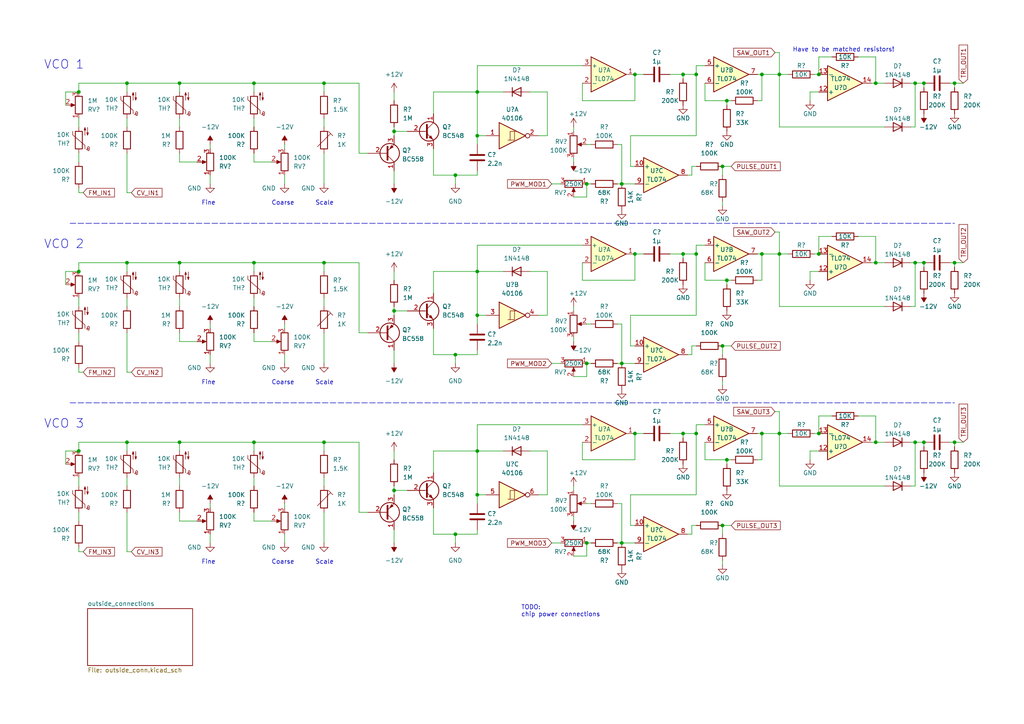
<source format=kicad_sch>
(kicad_sch (version 20211123) (generator eeschema)
  (paper "A4")
  (junction (at 254 24.13))
  (junction (at 184.15 21.59))
  (junction (at 52.07 128.27))
  (junction (at 220.98 125.73))
  (junction (at 52.07 24.13))
  (junction (at 138.43 91.44))
  (junction (at 210.82 29.21))
  (junction (at 276.86 128.27))
  (junction (at 170.18 157.48))
  (junction (at 36.83 24.13))
  (junction (at 93.98 24.13))
  (junction (at 209.55 100.33))
  (junction (at 237.49 73.66))
  (junction (at 267.97 24.13))
  (junction (at 36.83 76.2))
  (junction (at 220.98 73.66))
  (junction (at 254 128.27))
  (junction (at 226.06 125.73))
  (junction (at 254 76.2))
  (junction (at 210.82 81.28))
  (junction (at 180.34 105.41))
  (junction (at 209.55 48.26))
  (junction (at 138.43 78.74))
  (junction (at 184.15 125.73))
  (junction (at 22.86 130.81))
  (junction (at 114.3 38.1))
  (junction (at 198.12 21.59))
  (junction (at 265.43 24.13))
  (junction (at 22.86 26.67))
  (junction (at 180.34 53.34))
  (junction (at 198.12 73.66))
  (junction (at 201.93 73.66))
  (junction (at 93.98 128.27))
  (junction (at 209.55 152.4))
  (junction (at 170.18 53.34))
  (junction (at 265.43 128.27))
  (junction (at 184.15 73.66))
  (junction (at 276.86 76.2))
  (junction (at 237.49 21.59))
  (junction (at 138.43 143.51))
  (junction (at 132.08 102.87))
  (junction (at 180.34 157.48))
  (junction (at 73.66 24.13))
  (junction (at 226.06 21.59))
  (junction (at 22.86 78.74))
  (junction (at 226.06 73.66))
  (junction (at 132.08 154.94))
  (junction (at 138.43 26.67))
  (junction (at 198.12 125.73))
  (junction (at 114.3 90.17))
  (junction (at 36.83 128.27))
  (junction (at 138.43 130.81))
  (junction (at 73.66 76.2))
  (junction (at 114.3 142.24))
  (junction (at 73.66 128.27))
  (junction (at 237.49 125.73))
  (junction (at 210.82 133.35))
  (junction (at 52.07 76.2))
  (junction (at 276.86 24.13))
  (junction (at 267.97 76.2))
  (junction (at 201.93 21.59))
  (junction (at 201.93 125.73))
  (junction (at 170.18 105.41))
  (junction (at 93.98 76.2))
  (junction (at 220.98 21.59))
  (junction (at 138.43 39.37))
  (junction (at 265.43 76.2))
  (junction (at 267.97 128.27))
  (junction (at 132.08 50.8))
  (wire (pts (xy 114.3 78.74) (xy 114.3 81.28)))
  (wire (pts (xy 184.15 73.66) (xy 186.69 73.66)))
  (wire (pts (xy 138.43 49.53) (xy 138.43 50.8)))
  (wire (pts (xy 224.79 67.31) (xy 226.06 67.31)))
  (wire (pts (xy 180.34 157.48) (xy 184.15 157.48)))
  (wire (pts (xy 201.93 143.51) (xy 182.88 143.51)))
  (wire (pts (xy 60.96 105.41) (xy 60.96 102.87)))
  (wire (pts (xy 38.1 55.88) (xy 36.83 55.88)))
  (wire (pts (xy 182.88 48.26) (xy 184.15 48.26)))
  (wire (pts (xy 226.06 119.38) (xy 226.06 125.73)))
  (wire (pts (xy 93.98 86.36) (xy 93.98 88.9)))
  (wire (pts (xy 166.37 161.29) (xy 170.18 161.29)))
  (wire (pts (xy 125.73 78.74) (xy 138.43 78.74)))
  (wire (pts (xy 201.93 125.73) (xy 201.93 143.51)))
  (wire (pts (xy 276.86 76.2) (xy 276.86 77.47)))
  (wire (pts (xy 52.07 76.2) (xy 36.83 76.2)))
  (wire (pts (xy 166.37 45.72) (xy 166.37 46.99)))
  (wire (pts (xy 82.55 95.25) (xy 82.55 93.98)))
  (wire (pts (xy 114.3 153.67) (xy 114.3 157.48)))
  (wire (pts (xy 73.66 140.97) (xy 73.66 138.43)))
  (wire (pts (xy 254 68.58) (xy 248.92 68.58)))
  (wire (pts (xy 138.43 26.67) (xy 138.43 39.37)))
  (wire (pts (xy 52.07 151.13) (xy 52.07 148.59)))
  (wire (pts (xy 198.12 73.66) (xy 201.93 73.66)))
  (wire (pts (xy 168.91 24.13) (xy 168.91 29.21)))
  (wire (pts (xy 132.08 50.8) (xy 132.08 53.34)))
  (wire (pts (xy 73.66 26.67) (xy 73.66 24.13)))
  (wire (pts (xy 241.3 68.58) (xy 237.49 68.58)))
  (wire (pts (xy 170.18 161.29) (xy 170.18 157.48)))
  (wire (pts (xy 156.21 91.44) (xy 158.75 91.44)))
  (wire (pts (xy 180.34 93.98) (xy 179.07 93.98)))
  (wire (pts (xy 93.98 76.2) (xy 73.66 76.2)))
  (wire (pts (xy 138.43 26.67) (xy 146.05 26.67)))
  (wire (pts (xy 73.66 46.99) (xy 78.74 46.99)))
  (wire (pts (xy 166.37 149.86) (xy 166.37 151.13)))
  (wire (pts (xy 22.86 54.61) (xy 22.86 55.88)))
  (wire (pts (xy 36.83 128.27) (xy 36.83 130.81)))
  (wire (pts (xy 212.09 133.35) (xy 210.82 133.35)))
  (wire (pts (xy 38.1 160.02) (xy 36.83 160.02)))
  (wire (pts (xy 52.07 24.13) (xy 52.07 26.67)))
  (wire (pts (xy 132.08 50.8) (xy 138.43 50.8)))
  (wire (pts (xy 57.15 46.99) (xy 52.07 46.99)))
  (wire (pts (xy 210.82 81.28) (xy 210.82 82.55)))
  (wire (pts (xy 104.14 148.59) (xy 104.14 128.27)))
  (wire (pts (xy 265.43 88.9) (xy 264.16 88.9)))
  (wire (pts (xy 93.98 130.81) (xy 93.98 128.27)))
  (wire (pts (xy 93.98 24.13) (xy 104.14 24.13)))
  (wire (pts (xy 125.73 137.16) (xy 125.73 130.81)))
  (wire (pts (xy 234.95 133.35) (xy 234.95 130.81)))
  (wire (pts (xy 166.37 88.9) (xy 166.37 90.17)))
  (wire (pts (xy 125.73 102.87) (xy 125.73 95.25)))
  (wire (pts (xy 220.98 73.66) (xy 220.98 81.28)))
  (wire (pts (xy 52.07 36.83) (xy 52.07 34.29)))
  (wire (pts (xy 204.47 24.13) (xy 204.47 29.21)))
  (wire (pts (xy 170.18 105.41) (xy 171.45 105.41)))
  (wire (pts (xy 22.86 107.95) (xy 24.13 107.95)))
  (wire (pts (xy 114.3 36.83) (xy 114.3 38.1)))
  (wire (pts (xy 201.93 91.44) (xy 182.88 91.44)))
  (wire (pts (xy 22.86 160.02) (xy 24.13 160.02)))
  (wire (pts (xy 104.14 44.45) (xy 106.68 44.45)))
  (wire (pts (xy 200.66 154.94) (xy 199.39 154.94)))
  (wire (pts (xy 265.43 76.2) (xy 267.97 76.2)))
  (wire (pts (xy 198.12 125.73) (xy 198.12 127)))
  (wire (pts (xy 52.07 24.13) (xy 36.83 24.13)))
  (wire (pts (xy 219.71 29.21) (xy 220.98 29.21)))
  (wire (pts (xy 265.43 128.27) (xy 265.43 140.97)))
  (wire (pts (xy 73.66 96.52) (xy 73.66 99.06)))
  (wire (pts (xy 170.18 157.48) (xy 171.45 157.48)))
  (wire (pts (xy 234.95 78.74) (xy 237.49 78.74)))
  (wire (pts (xy 180.34 105.41) (xy 180.34 93.98)))
  (wire (pts (xy 224.79 15.24) (xy 226.06 15.24)))
  (wire (pts (xy 36.83 24.13) (xy 36.83 26.67)))
  (wire (pts (xy 22.86 36.83) (xy 22.86 34.29)))
  (wire (pts (xy 219.71 133.35) (xy 220.98 133.35)))
  (wire (pts (xy 125.73 50.8) (xy 132.08 50.8)))
  (wire (pts (xy 168.91 19.05) (xy 138.43 19.05)))
  (wire (pts (xy 104.14 96.52) (xy 104.14 76.2)))
  (wire (pts (xy 234.95 29.21) (xy 234.95 26.67)))
  (wire (pts (xy 36.83 36.83) (xy 36.83 34.29)))
  (wire (pts (xy 82.55 147.32) (xy 82.55 146.05)))
  (wire (pts (xy 200.66 100.33) (xy 201.93 100.33)))
  (wire (pts (xy 265.43 36.83) (xy 264.16 36.83)))
  (wire (pts (xy 160.02 105.41) (xy 162.56 105.41)))
  (wire (pts (xy 138.43 78.74) (xy 146.05 78.74)))
  (wire (pts (xy 22.86 140.97) (xy 22.86 138.43)))
  (wire (pts (xy 114.3 88.9) (xy 114.3 90.17)))
  (wire (pts (xy 265.43 140.97) (xy 264.16 140.97)))
  (wire (pts (xy 201.93 123.19) (xy 204.47 123.19)))
  (wire (pts (xy 22.86 24.13) (xy 22.86 26.67)))
  (wire (pts (xy 73.66 99.06) (xy 78.74 99.06)))
  (wire (pts (xy 60.96 53.34) (xy 60.96 50.8)))
  (wire (pts (xy 114.3 130.81) (xy 114.3 133.35)))
  (wire (pts (xy 125.73 33.02) (xy 125.73 26.67)))
  (wire (pts (xy 226.06 73.66) (xy 228.6 73.66)))
  (wire (pts (xy 93.98 24.13) (xy 73.66 24.13)))
  (wire (pts (xy 209.55 58.42) (xy 209.55 59.69)))
  (wire (pts (xy 201.93 21.59) (xy 201.93 19.05)))
  (wire (pts (xy 184.15 29.21) (xy 184.15 21.59)))
  (wire (pts (xy 36.83 160.02) (xy 36.83 148.59)))
  (wire (pts (xy 210.82 133.35) (xy 204.47 133.35)))
  (wire (pts (xy 104.14 96.52) (xy 106.68 96.52)))
  (wire (pts (xy 184.15 21.59) (xy 186.69 21.59)))
  (wire (pts (xy 125.73 154.94) (xy 132.08 154.94)))
  (wire (pts (xy 19.05 130.81) (xy 19.05 134.62)))
  (wire (pts (xy 276.86 24.13) (xy 276.86 25.4)))
  (wire (pts (xy 200.66 152.4) (xy 200.66 154.94)))
  (wire (pts (xy 73.66 130.81) (xy 73.66 128.27)))
  (wire (pts (xy 22.86 158.75) (xy 22.86 160.02)))
  (wire (pts (xy 36.83 88.9) (xy 36.83 86.36)))
  (wire (pts (xy 158.75 39.37) (xy 158.75 26.67)))
  (wire (pts (xy 210.82 29.21) (xy 204.47 29.21)))
  (wire (pts (xy 275.59 128.27) (xy 276.86 128.27)))
  (wire (pts (xy 265.43 24.13) (xy 265.43 36.83)))
  (wire (pts (xy 182.88 91.44) (xy 182.88 100.33)))
  (wire (pts (xy 179.07 53.34) (xy 180.34 53.34)))
  (wire (pts (xy 179.07 105.41) (xy 180.34 105.41)))
  (wire (pts (xy 201.93 125.73) (xy 201.93 123.19)))
  (wire (pts (xy 200.66 152.4) (xy 201.93 152.4)))
  (wire (pts (xy 220.98 125.73) (xy 226.06 125.73)))
  (wire (pts (xy 201.93 21.59) (xy 201.93 39.37)))
  (wire (pts (xy 209.55 100.33) (xy 212.09 100.33)))
  (wire (pts (xy 226.06 67.31) (xy 226.06 73.66)))
  (wire (pts (xy 52.07 99.06) (xy 52.07 96.52)))
  (wire (pts (xy 138.43 130.81) (xy 138.43 143.51)))
  (wire (pts (xy 138.43 123.19) (xy 138.43 130.81)))
  (wire (pts (xy 168.91 133.35) (xy 184.15 133.35)))
  (wire (pts (xy 276.86 128.27) (xy 276.86 129.54)))
  (wire (pts (xy 267.97 25.4) (xy 267.97 24.13)))
  (wire (pts (xy 166.37 57.15) (xy 170.18 57.15)))
  (wire (pts (xy 226.06 73.66) (xy 226.06 88.9)))
  (wire (pts (xy 166.37 97.79) (xy 166.37 99.06)))
  (wire (pts (xy 19.05 26.67) (xy 19.05 30.48)))
  (wire (pts (xy 138.43 91.44) (xy 138.43 93.98)))
  (wire (pts (xy 22.86 128.27) (xy 22.86 130.81)))
  (wire (pts (xy 194.31 73.66) (xy 198.12 73.66)))
  (wire (pts (xy 237.49 68.58) (xy 237.49 73.66)))
  (wire (pts (xy 93.98 76.2) (xy 104.14 76.2)))
  (wire (pts (xy 52.07 140.97) (xy 52.07 138.43)))
  (wire (pts (xy 114.3 140.97) (xy 114.3 142.24)))
  (wire (pts (xy 234.95 26.67) (xy 237.49 26.67)))
  (wire (pts (xy 254 120.65) (xy 248.92 120.65)))
  (wire (pts (xy 252.73 24.13) (xy 254 24.13)))
  (wire (pts (xy 209.55 100.33) (xy 209.55 102.87)))
  (wire (pts (xy 170.18 93.98) (xy 171.45 93.98)))
  (wire (pts (xy 201.93 39.37) (xy 182.88 39.37)))
  (wire (pts (xy 226.06 15.24) (xy 226.06 21.59)))
  (wire (pts (xy 73.66 151.13) (xy 78.74 151.13)))
  (wire (pts (xy 125.73 85.09) (xy 125.73 78.74)))
  (wire (pts (xy 114.3 38.1) (xy 118.11 38.1)))
  (wire (pts (xy 125.73 50.8) (xy 125.73 43.18)))
  (wire (pts (xy 198.12 21.59) (xy 201.93 21.59)))
  (wire (pts (xy 198.12 21.59) (xy 198.12 22.86)))
  (wire (pts (xy 184.15 125.73) (xy 186.69 125.73)))
  (wire (pts (xy 200.66 100.33) (xy 200.66 102.87)))
  (wire (pts (xy 36.83 24.13) (xy 22.86 24.13)))
  (wire (pts (xy 226.06 36.83) (xy 256.54 36.83)))
  (wire (pts (xy 140.97 91.44) (xy 138.43 91.44)))
  (wire (pts (xy 36.83 128.27) (xy 22.86 128.27)))
  (wire (pts (xy 93.98 138.43) (xy 93.98 140.97)))
  (wire (pts (xy 52.07 88.9) (xy 52.07 86.36)))
  (wire (pts (xy 264.16 76.2) (xy 265.43 76.2)))
  (wire (pts (xy 180.34 157.48) (xy 180.34 146.05)))
  (wire (pts (xy 210.82 81.28) (xy 204.47 81.28)))
  (wire (pts (xy 132.08 154.94) (xy 138.43 154.94)))
  (wire (pts (xy 114.3 26.67) (xy 114.3 29.21)))
  (wire (pts (xy 201.93 73.66) (xy 201.93 71.12)))
  (wire (pts (xy 236.22 125.73) (xy 237.49 125.73)))
  (wire (pts (xy 237.49 16.51) (xy 237.49 21.59)))
  (wire (pts (xy 138.43 153.67) (xy 138.43 154.94)))
  (wire (pts (xy 140.97 143.51) (xy 138.43 143.51)))
  (wire (pts (xy 275.59 76.2) (xy 276.86 76.2)))
  (wire (pts (xy 19.05 78.74) (xy 19.05 82.55)))
  (wire (pts (xy 200.66 48.26) (xy 201.93 48.26)))
  (wire (pts (xy 82.55 43.18) (xy 82.55 41.91)))
  (wire (pts (xy 138.43 101.6) (xy 138.43 102.87)))
  (wire (pts (xy 209.55 162.56) (xy 209.55 163.83)))
  (wire (pts (xy 180.34 41.91) (xy 179.07 41.91)))
  (wire (pts (xy 82.55 53.34) (xy 82.55 50.8)))
  (wire (pts (xy 138.43 19.05) (xy 138.43 26.67)))
  (wire (pts (xy 219.71 81.28) (xy 220.98 81.28)))
  (wire (pts (xy 180.34 146.05) (xy 179.07 146.05)))
  (wire (pts (xy 209.55 152.4) (xy 212.09 152.4)))
  (wire (pts (xy 168.91 128.27) (xy 168.91 133.35)))
  (wire (pts (xy 104.14 44.45) (xy 104.14 24.13)))
  (wire (pts (xy 38.1 107.95) (xy 36.83 107.95)))
  (wire (pts (xy 36.83 76.2) (xy 36.83 78.74)))
  (wire (pts (xy 254 128.27) (xy 254 120.65)))
  (wire (pts (xy 114.3 49.53) (xy 114.3 53.34)))
  (wire (pts (xy 93.98 44.45) (xy 93.98 53.34)))
  (wire (pts (xy 201.93 71.12) (xy 204.47 71.12)))
  (wire (pts (xy 170.18 146.05) (xy 171.45 146.05)))
  (wire (pts (xy 182.88 39.37) (xy 182.88 48.26)))
  (wire (pts (xy 36.83 140.97) (xy 36.83 138.43)))
  (wire (pts (xy 73.66 78.74) (xy 73.66 76.2)))
  (wire (pts (xy 125.73 154.94) (xy 125.73 147.32)))
  (wire (pts (xy 275.59 24.13) (xy 276.86 24.13)))
  (wire (pts (xy 114.3 101.6) (xy 114.3 105.41)))
  (wire (pts (xy 73.66 148.59) (xy 73.66 151.13)))
  (wire (pts (xy 210.82 133.35) (xy 210.82 134.62)))
  (wire (pts (xy 132.08 102.87) (xy 138.43 102.87)))
  (wire (pts (xy 82.55 105.41) (xy 82.55 102.87)))
  (wire (pts (xy 160.02 157.48) (xy 162.56 157.48)))
  (wire (pts (xy 201.93 19.05) (xy 204.47 19.05)))
  (wire (pts (xy 276.86 128.27) (xy 279.4 128.27)))
  (wire (pts (xy 93.98 148.59) (xy 93.98 157.48)))
  (wire (pts (xy 73.66 88.9) (xy 73.66 86.36)))
  (wire (pts (xy 57.15 151.13) (xy 52.07 151.13)))
  (wire (pts (xy 22.86 151.13) (xy 22.86 148.59)))
  (wire (pts (xy 93.98 34.29) (xy 93.98 36.83)))
  (wire (pts (xy 93.98 96.52) (xy 93.98 105.41)))
  (wire (pts (xy 160.02 53.34) (xy 162.56 53.34)))
  (wire (pts (xy 132.08 102.87) (xy 132.08 105.41)))
  (wire (pts (xy 226.06 21.59) (xy 226.06 36.83)))
  (wire (pts (xy 254 76.2) (xy 256.54 76.2)))
  (wire (pts (xy 114.3 90.17) (xy 118.11 90.17)))
  (wire (pts (xy 166.37 109.22) (xy 170.18 109.22)))
  (wire (pts (xy 166.37 140.97) (xy 166.37 142.24)))
  (wire (pts (xy 132.08 154.94) (xy 132.08 157.48)))
  (wire (pts (xy 22.86 99.06) (xy 22.86 96.52)))
  (wire (pts (xy 170.18 53.34) (xy 171.45 53.34)))
  (wire (pts (xy 158.75 130.81) (xy 153.67 130.81)))
  (wire (pts (xy 226.06 125.73) (xy 226.06 140.97)))
  (wire (pts (xy 209.55 110.49) (xy 209.55 111.76)))
  (wire (pts (xy 22.86 76.2) (xy 22.86 78.74)))
  (wire (pts (xy 168.91 123.19) (xy 138.43 123.19)))
  (wire (pts (xy 220.98 125.73) (xy 220.98 133.35)))
  (wire (pts (xy 200.66 50.8) (xy 199.39 50.8)))
  (wire (pts (xy 180.34 53.34) (xy 180.34 41.91)))
  (wire (pts (xy 226.06 125.73) (xy 228.6 125.73)))
  (wire (pts (xy 114.3 143.51) (xy 114.3 142.24)))
  (wire (pts (xy 73.66 76.2) (xy 52.07 76.2)))
  (wire (pts (xy 209.55 152.4) (xy 209.55 154.94)))
  (wire (pts (xy 254 128.27) (xy 256.54 128.27)))
  (wire (pts (xy 194.31 21.59) (xy 198.12 21.59)))
  (wire (pts (xy 252.73 128.27) (xy 254 128.27)))
  (wire (pts (xy 219.71 125.73) (xy 220.98 125.73)))
  (wire (pts (xy 252.73 76.2) (xy 254 76.2)))
  (wire (pts (xy 114.3 39.37) (xy 114.3 38.1)))
  (wire (pts (xy 60.96 147.32) (xy 60.96 146.05)))
  (wire (pts (xy 204.47 128.27) (xy 204.47 133.35)))
  (wire (pts (xy 73.66 128.27) (xy 52.07 128.27)))
  (wire (pts (xy 241.3 120.65) (xy 237.49 120.65)))
  (wire (pts (xy 264.16 24.13) (xy 265.43 24.13)))
  (wire (pts (xy 219.71 21.59) (xy 220.98 21.59)))
  (wire (pts (xy 36.83 76.2) (xy 22.86 76.2)))
  (wire (pts (xy 125.73 102.87) (xy 132.08 102.87)))
  (wire (pts (xy 226.06 140.97) (xy 256.54 140.97)))
  (wire (pts (xy 267.97 129.54) (xy 267.97 128.27)))
  (wire (pts (xy 265.43 128.27) (xy 267.97 128.27)))
  (wire (pts (xy 170.18 41.91) (xy 171.45 41.91)))
  (wire (pts (xy 158.75 91.44) (xy 158.75 78.74)))
  (wire (pts (xy 158.75 143.51) (xy 158.75 130.81)))
  (polyline (pts (xy 20.32 64.77) (xy 276.86 64.77)))
  (wire (pts (xy 138.43 143.51) (xy 138.43 146.05)))
  (wire (pts (xy 201.93 73.66) (xy 201.93 91.44)))
  (wire (pts (xy 276.86 76.2) (xy 279.4 76.2)))
  (wire (pts (xy 209.55 48.26) (xy 212.09 48.26)))
  (wire (pts (xy 179.07 157.48) (xy 180.34 157.48)))
  (wire (pts (xy 60.96 95.25) (xy 60.96 93.98)))
  (wire (pts (xy 180.34 105.41) (xy 184.15 105.41)))
  (wire (pts (xy 22.86 130.81) (xy 19.05 130.81)))
  (wire (pts (xy 36.83 107.95) (xy 36.83 96.52)))
  (wire (pts (xy 212.09 29.21) (xy 210.82 29.21)))
  (wire (pts (xy 212.09 81.28) (xy 210.82 81.28)))
  (wire (pts (xy 254 24.13) (xy 256.54 24.13)))
  (wire (pts (xy 93.98 26.67) (xy 93.98 24.13)))
  (wire (pts (xy 168.91 81.28) (xy 184.15 81.28)))
  (wire (pts (xy 236.22 73.66) (xy 237.49 73.66)))
  (wire (pts (xy 226.06 88.9) (xy 256.54 88.9)))
  (wire (pts (xy 138.43 130.81) (xy 146.05 130.81)))
  (wire (pts (xy 158.75 78.74) (xy 153.67 78.74)))
  (wire (pts (xy 22.86 106.68) (xy 22.86 107.95)))
  (wire (pts (xy 276.86 24.13) (xy 279.4 24.13)))
  (wire (pts (xy 226.06 21.59) (xy 228.6 21.59)))
  (wire (pts (xy 60.96 43.18) (xy 60.96 41.91)))
  (wire (pts (xy 22.86 26.67) (xy 19.05 26.67)))
  (wire (pts (xy 22.86 46.99) (xy 22.86 44.45)))
  (wire (pts (xy 219.71 73.66) (xy 220.98 73.66)))
  (wire (pts (xy 166.37 36.83) (xy 166.37 38.1)))
  (wire (pts (xy 73.66 36.83) (xy 73.66 34.29)))
  (wire (pts (xy 220.98 73.66) (xy 226.06 73.66)))
  (wire (pts (xy 82.55 157.48) (xy 82.55 154.94)))
  (wire (pts (xy 52.07 128.27) (xy 36.83 128.27)))
  (wire (pts (xy 168.91 29.21) (xy 184.15 29.21)))
  (wire (pts (xy 198.12 125.73) (xy 201.93 125.73)))
  (wire (pts (xy 267.97 77.47) (xy 267.97 76.2)))
  (wire (pts (xy 138.43 39.37) (xy 138.43 41.91)))
  (polyline (pts (xy 20.32 116.84) (xy 276.86 116.84)))
  (wire (pts (xy 265.43 24.13) (xy 267.97 24.13)))
  (wire (pts (xy 236.22 21.59) (xy 237.49 21.59)))
  (wire (pts (xy 234.95 81.28) (xy 234.95 78.74)))
  (wire (pts (xy 198.12 73.66) (xy 198.12 74.93)))
  (wire (pts (xy 182.88 100.33) (xy 184.15 100.33)))
  (wire (pts (xy 170.18 57.15) (xy 170.18 53.34)))
  (wire (pts (xy 180.34 53.34) (xy 184.15 53.34)))
  (wire (pts (xy 22.86 78.74) (xy 19.05 78.74)))
  (wire (pts (xy 184.15 81.28) (xy 184.15 73.66)))
  (wire (pts (xy 170.18 109.22) (xy 170.18 105.41)))
  (wire (pts (xy 138.43 78.74) (xy 138.43 91.44)))
  (wire (pts (xy 125.73 26.67) (xy 138.43 26.67)))
  (wire (pts (xy 93.98 128.27) (xy 104.14 128.27)))
  (wire (pts (xy 224.79 119.38) (xy 226.06 119.38)))
  (wire (pts (xy 73.66 24.13) (xy 52.07 24.13)))
  (wire (pts (xy 182.88 152.4) (xy 184.15 152.4)))
  (wire (pts (xy 220.98 21.59) (xy 220.98 29.21)))
  (wire (pts (xy 138.43 71.12) (xy 138.43 78.74)))
  (wire (pts (xy 200.66 102.87) (xy 199.39 102.87)))
  (wire (pts (xy 114.3 91.44) (xy 114.3 90.17)))
  (wire (pts (xy 264.16 128.27) (xy 265.43 128.27)))
  (wire (pts (xy 60.96 157.48) (xy 60.96 154.94)))
  (wire (pts (xy 52.07 46.99) (xy 52.07 44.45)))
  (wire (pts (xy 125.73 130.81) (xy 138.43 130.81)))
  (wire (pts (xy 114.3 142.24) (xy 118.11 142.24)))
  (wire (pts (xy 156.21 143.51) (xy 158.75 143.51)))
  (wire (pts (xy 182.88 143.51) (xy 182.88 152.4)))
  (wire (pts (xy 265.43 76.2) (xy 265.43 88.9)))
  (wire (pts (xy 93.98 128.27) (xy 73.66 128.27)))
  (wire (pts (xy 210.82 29.21) (xy 210.82 30.48)))
  (wire (pts (xy 140.97 39.37) (xy 138.43 39.37)))
  (wire (pts (xy 254 16.51) (xy 248.92 16.51)))
  (wire (pts (xy 52.07 76.2) (xy 52.07 78.74)))
  (wire (pts (xy 254 76.2) (xy 254 68.58)))
  (wire (pts (xy 204.47 76.2) (xy 204.47 81.28)))
  (wire (pts (xy 93.98 78.74) (xy 93.98 76.2)))
  (wire (pts (xy 209.55 48.26) (xy 209.55 50.8)))
  (wire (pts (xy 156.21 39.37) (xy 158.75 39.37)))
  (wire (pts (xy 184.15 133.35) (xy 184.15 125.73)))
  (wire (pts (xy 36.83 55.88) (xy 36.83 44.45)))
  (wire (pts (xy 237.49 120.65) (xy 237.49 125.73)))
  (wire (pts (xy 168.91 71.12) (xy 138.43 71.12)))
  (wire (pts (xy 220.98 21.59) (xy 226.06 21.59)))
  (wire (pts (xy 168.91 76.2) (xy 168.91 81.28)))
  (wire (pts (xy 241.3 16.51) (xy 237.49 16.51)))
  (wire (pts (xy 234.95 130.81) (xy 237.49 130.81)))
  (wire (pts (xy 73.66 44.45) (xy 73.66 46.99)))
  (wire (pts (xy 22.86 88.9) (xy 22.86 86.36)))
  (wire (pts (xy 22.86 55.88) (xy 24.13 55.88)))
  (wire (pts (xy 200.66 48.26) (xy 200.66 50.8)))
  (wire (pts (xy 254 24.13) (xy 254 16.51)))
  (wire (pts (xy 52.07 128.27) (xy 52.07 130.81)))
  (wire (pts (xy 194.31 125.73) (xy 198.12 125.73)))
  (wire (pts (xy 104.14 148.59) (xy 106.68 148.59)))
  (wire (pts (xy 158.75 26.67) (xy 153.67 26.67)))
  (wire (pts (xy 57.15 99.06) (xy 52.07 99.06)))
  (text "Coarse" (at 78.74 111.76 0) (effects (font (size 1.27 1.27)) (justify left bottom)))
  (text "VCO 2" (at 12.7 72.39 0) (effects (font (size 2.5 2.5)) (justify left bottom)))
  (text "TODO:\nchip power connections\n" (at 151.13 179.07 0) (effects (font (size 1.27 1.27)) (justify left bottom)))
  (text "Scale" (at 91.44 111.76 0) (effects (font (size 1.27 1.27)) (justify left bottom)))
  (text "Fine\n" (at 58.42 163.83 0) (effects (font (size 1.27 1.27)) (justify left bottom)))
  (text "Have to be matched resistors!\n" (at 229.87 15.24 0) (effects (font (size 1.27 1.27)) (justify left bottom)))
  (text "Coarse" (at 78.74 163.83 0) (effects (font (size 1.27 1.27)) (justify left bottom)))
  (text "Fine\n" (at 58.42 59.69 0) (effects (font (size 1.27 1.27)) (justify left bottom)))
  (text "VCO 1" (at 12.7 20.32 0) (effects (font (size 2.5 2.5)) (justify left bottom)))
  (text "Coarse" (at 78.74 59.69 0) (effects (font (size 1.27 1.27)) (justify left bottom)))
  (text "VCO 3\n" (at 12.7 124.46 0) (effects (font (size 2.5 2.5)) (justify left bottom)))
  (text "Scale" (at 91.44 59.69 0) (effects (font (size 1.27 1.27)) (justify left bottom)))
  (text "Fine\n" (at 58.42 111.76 0) (effects (font (size 1.27 1.27)) (justify left bottom)))
  (text "Scale" (at 91.44 163.83 0) (effects (font (size 1.27 1.27)) (justify left bottom)))
  (global_label "PWM_MOD2" (shape input) (at 160.02 105.41 180) (property "Intersheet References" "${INTERSHEET_REFS}" (effects hide)))
  (global_label "SAW_OUT1" (shape input) (at 224.79 15.24 180) (property "Intersheet References" "${INTERSHEET_REFS}" (effects hide)))
  (global_label "FM_IN2" (shape input) (at 24.13 107.95 0) (property "Intersheet References" "${INTERSHEET_REFS}" (effects hide)))
  (global_label "PWM_MOD1" (shape input) (at 160.02 53.34 180) (property "Intersheet References" "${INTERSHEET_REFS}" (effects hide)))
  (global_label "FM_IN3" (shape input) (at 24.13 160.02 0) (property "Intersheet References" "${INTERSHEET_REFS}" (effects hide)))
  (global_label "PWM_MOD3" (shape input) (at 160.02 157.48 180) (property "Intersheet References" "${INTERSHEET_REFS}" (effects hide)))
  (global_label "CV_IN1" (shape input) (at 38.1 55.88 0) (property "Intersheet References" "${INTERSHEET_REFS}" (effects hide)))
  (global_label "TRI_OUT2" (shape input) (at 279.4 76.2 90) (property "Intersheet References" "${INTERSHEET_REFS}" (effects hide)))
  (global_label "CV_IN3" (shape input) (at 38.1 160.02 0) (property "Intersheet References" "${INTERSHEET_REFS}" (effects hide)))
  (global_label "TRI_OUT3" (shape input) (at 279.4 128.27 90) (property "Intersheet References" "${INTERSHEET_REFS}" (effects hide)))
  (global_label "SAW_OUT3" (shape input) (at 224.79 119.38 180) (property "Intersheet References" "${INTERSHEET_REFS}" (effects hide)))
  (global_label "FM_IN1" (shape input) (at 24.13 55.88 0) (property "Intersheet References" "${INTERSHEET_REFS}" (effects hide)))
  (global_label "CV_IN2" (shape input) (at 38.1 107.95 0) (property "Intersheet References" "${INTERSHEET_REFS}" (effects hide)))
  (global_label "PULSE_OUT1" (shape input) (at 212.09 48.26 0) (property "Intersheet References" "${INTERSHEET_REFS}" (effects hide)))
  (global_label "SAW_OUT2" (shape input) (at 224.79 67.31 180) (property "Intersheet References" "${INTERSHEET_REFS}" (effects hide)))
  (global_label "PULSE_OUT3" (shape input) (at 212.09 152.4 0) (property "Intersheet References" "${INTERSHEET_REFS}" (effects hide)))
  (global_label "PULSE_OUT2" (shape input) (at 212.09 100.33 0) (property "Intersheet References" "${INTERSHEET_REFS}" (effects hide)))
  (global_label "TRI_OUT1" (shape input) (at 279.4 24.13 90) (property "Intersheet References" "${INTERSHEET_REFS}" (effects hide)))
  (symbol (lib_id "Device:R") (at 267.97 81.28 180) (unit 1)
    (property "Reference" "R?" (at 270.51 80.01 0) (effects (justify right)))
    (property "Value" "200K" (at 269.24 82.55 0) (effects (justify right)))
  )
  (symbol (lib_id "Device:R_Potentiometer") (at 60.96 151.13 180) (unit 1)
    (property "Reference" "RV?" (at 63.5 152.4001 0) (effects (justify right)))
    (property "Value" "100K" (at 63.5 149.8601 0) (effects (justify right)))
  )
  (symbol (lib_id "power:GND") (at 276.86 33.02 0) (unit 1)
    (property "Reference" "#PWR?" (effects hide))
    (property "Value" "GND" (at 276.86 36.83 0))
  )
  (symbol (lib_id "power:-12V") (at 60.96 93.98 0) (unit 1)
    (property "Reference" "#PWR?" (effects hide))
    (property "Value" "-12V" (at 60.96 88.9 0))
  )
  (symbol (lib_id "Device:R") (at 210.82 138.43 180) (unit 1)
    (property "Reference" "R?" (at 213.36 137.1599 0) (effects (justify right)))
    (property "Value" "33K" (at 213.36 139.6999 0) (effects (justify right)))
  )
  (symbol (lib_id "power:GND") (at 198.12 82.55 0) (unit 1)
    (property "Reference" "#PWR?" (effects hide))
    (property "Value" "GND" (at 198.12 86.36 0))
  )
  (symbol (lib_id "Device:C") (at 271.78 76.2 270) (unit 1)
    (property "Reference" "C?" (at 271.78 69.85 90))
    (property "Value" "1µ" (at 271.78 72.39 90))
  )
  (symbol (lib_id "Device:Thermistor_NTC") (at 36.83 134.62 180) (unit 1)
    (property "Reference" "TH?" (at 34.29 135.5726 0) (effects (justify left)))
    (property "Value" "10K" (at 34.29 133.0326 0) (effects (justify left)))
  )
  (symbol (lib_id "power:-12V") (at 166.37 99.06 180) (unit 1)
    (property "Reference" "#PWR?" (effects hide))
    (property "Value" "-12V" (at 168.91 101.6 0))
  )
  (symbol (lib_id "power:-12V") (at 267.97 137.16 180) (unit 1)
    (property "Reference" "#PWR?" (effects hide))
    (property "Value" "-12V" (at 269.24 140.97 0))
  )
  (symbol (lib_id "Transistor_BJT:BC548") (at 123.19 90.17 0) (unit 1)
    (property "Reference" "Q?" (at 128.27 88.8999 0) (effects (justify left)))
    (property "Value" "BC548" (at 128.27 91.4399 0) (effects (justify left)))
    (property "Footprint" "Package_TO_SOT_THT:TO-92_Inline" (effects hide))
    (property "Datasheet" "https://www.onsemi.com/pub/Collateral/BC550-D.pdf" (effects hide))
  )
  (symbol (lib_id "Device:Thermistor_NTC") (at 22.86 40.64 180) (unit 1)
    (property "Reference" "TH?" (at 20.32 41.5926 0) (effects (justify left)))
    (property "Value" "10K" (at 20.32 39.0526 0) (effects (justify left)))
  )
  (symbol (lib_id "Device:R") (at 267.97 29.21 180) (unit 1)
    (property "Reference" "R?" (at 270.51 27.94 0) (effects (justify right)))
    (property "Value" "200K" (at 269.24 30.48 0) (effects (justify right)))
  )
  (symbol (lib_id "Transistor_BJT:BC558") (at 111.76 148.59 0) (mirror x) (unit 1)
    (property "Reference" "Q?" (at 116.6114 147.7553 0) (effects (justify left)))
    (property "Value" "BC558" (at 116.6114 150.2922 0) (effects (justify left)))
    (property "Footprint" "Package_TO_SOT_THT:TO-92_Inline" (effects hide))
    (property "Datasheet" "https://www.onsemi.com/pub/Collateral/BC556BTA-D.pdf" (effects hide))
  )
  (symbol (lib_id "Device:R") (at 205.74 100.33 270) (unit 1)
    (property "Reference" "R?" (at 205.74 93.98 90))
    (property "Value" "100K" (at 205.74 96.52 90))
  )
  (symbol (lib_id "power:GND") (at 132.08 157.48 0) (unit 1)
    (property "Reference" "#PWR?" (effects hide))
    (property "Value" "GND" (at 132.08 162.56 0))
  )
  (symbol (lib_id "Device:R") (at 73.66 40.64 180) (unit 1)
    (property "Reference" "R?" (at 71.12 41.9101 0) (effects (justify left)))
    (property "Value" "100K" (at 71.12 39.3701 0) (effects (justify left)))
  )
  (symbol (lib_id "power:-12V") (at 114.3 157.48 180) (unit 1)
    (property "Reference" "#PWR?" (effects hide))
    (property "Value" "-12V" (at 114.3 162.56 0))
  )
  (symbol (lib_id "Device:C") (at 190.5 21.59 270) (unit 1)
    (property "Reference" "C?" (at 190.5 15.24 90))
    (property "Value" "1µ" (at 190.5 17.78 90))
  )
  (symbol (lib_id "power:-12V") (at 114.3 53.34 180) (unit 1)
    (property "Reference" "#PWR?" (effects hide))
    (property "Value" "-12V" (at 114.3 58.42 0))
  )
  (symbol (lib_id "power:GND") (at 209.55 163.83 0) (unit 1)
    (property "Reference" "#PWR?" (effects hide))
    (property "Value" "GND" (at 209.55 167.64 0))
  )
  (symbol (lib_id "Device:R_Potentiometer") (at 60.96 46.99 180) (unit 1)
    (property "Reference" "RV?" (at 63.5 48.2601 0) (effects (justify right)))
    (property "Value" "100K" (at 63.5 45.7201 0) (effects (justify right)))
  )
  (symbol (lib_id "Device:R") (at 209.55 54.61 0) (unit 1)
    (property "Reference" "R?" (at 205.74 53.34 0) (effects (justify left)))
    (property "Value" "68K" (at 203.2 55.88 0) (effects (justify left)))
  )
  (symbol (lib_id "Device:R") (at 276.86 29.21 180) (unit 1)
    (property "Reference" "R?" (at 279.4 27.9399 0) (effects (justify right)))
    (property "Value" "200K" (at 279.4 30.4799 0) (effects (justify right)))
  )
  (symbol (lib_id "Device:Thermistor_NTC") (at 36.83 30.48 180) (unit 1)
    (property "Reference" "TH?" (at 34.29 31.4326 0) (effects (justify left)))
    (property "Value" "10K" (at 34.29 28.8926 0) (effects (justify left)))
  )
  (symbol (lib_id "Device:R_Potentiometer") (at 22.86 82.55 180) (unit 1)
    (property "Reference" "RV?" (at 25.4 83.8201 0) (effects (justify right)))
    (property "Value" "1M" (at 25.4 81.2801 0) (effects (justify right)))
  )
  (symbol (lib_id "Device:R") (at 22.86 102.87 180) (unit 1)
    (property "Reference" "R?" (at 20.32 104.1401 0) (effects (justify left)))
    (property "Value" "100K" (at 20.32 101.6001 0) (effects (justify left)))
  )
  (symbol (lib_id "Device:Thermistor_NTC") (at 73.66 82.55 180) (unit 1)
    (property "Reference" "TH?" (at 71.12 83.5026 0) (effects (justify left)))
    (property "Value" "10K" (at 71.12 80.9626 0) (effects (justify left)))
  )
  (symbol (lib_id "Amplifier_Operational:TL074") (at 176.53 73.66 0) (unit 1)
    (property "Reference" "U?" (at 175.26 72.39 0))
    (property "Value" "TL074" (at 175.26 74.93 0))
    (property "Datasheet" "http://www.ti.com/lit/ds/symlink/tl071.pdf" (effects hide))
  )
  (symbol (lib_id "Device:R") (at 175.26 53.34 270) (unit 1)
    (property "Reference" "R?" (at 175.26 58.42 90))
    (property "Value" "68K" (at 175.26 55.88 90))
  )
  (symbol (lib_id "Amplifier_Operational:TL074") (at 176.53 125.73 0) (unit 1)
    (property "Reference" "U?" (at 175.26 124.46 0))
    (property "Value" "TL074" (at 175.26 127 0))
    (property "Datasheet" "http://www.ti.com/lit/ds/symlink/tl071.pdf" (effects hide))
  )
  (symbol (lib_id "Device:R") (at 210.82 86.36 180) (unit 1)
    (property "Reference" "R?" (at 213.36 85.0899 0) (effects (justify right)))
    (property "Value" "33K" (at 213.36 87.6299 0) (effects (justify right)))
  )
  (symbol (lib_id "power:GND") (at 198.12 134.62 0) (unit 1)
    (property "Reference" "#PWR?" (effects hide))
    (property "Value" "GND" (at 198.12 138.43 0))
  )
  (symbol (lib_id "Device:Thermistor_NTC") (at 22.86 144.78 180) (unit 1)
    (property "Reference" "TH?" (at 20.32 145.7326 0) (effects (justify left)))
    (property "Value" "10K" (at 20.32 143.1926 0) (effects (justify left)))
  )
  (symbol (lib_id "Amplifier_Operational:TL074") (at 245.11 128.27 0) (mirror x) (unit 4)
    (property "Reference" "U?" (at 243.84 129.54 0))
    (property "Value" "TL074" (at 243.84 127 0))
    (property "Datasheet" "http://www.ti.com/lit/ds/symlink/tl071.pdf" (effects hide))
  )
  (symbol (lib_id "Device:R") (at 22.86 50.8 180) (unit 1)
    (property "Reference" "R?" (at 20.32 52.0701 0) (effects (justify left)))
    (property "Value" "100K" (at 20.32 49.5301 0) (effects (justify left)))
  )
  (symbol (lib_id "Device:Thermistor_NTC") (at 73.66 30.48 180) (unit 1)
    (property "Reference" "TH?" (at 71.12 31.4326 0) (effects (justify left)))
    (property "Value" "10K" (at 71.12 28.8926 0) (effects (justify left)))
  )
  (symbol (lib_id "power:GND") (at 60.96 157.48 0) (unit 1)
    (property "Reference" "#PWR?" (effects hide))
    (property "Value" "GND" (at 58.42 158.7501 0) (effects (justify right)))
  )
  (symbol (lib_id "power:GND") (at 82.55 157.48 0) (unit 1)
    (property "Reference" "#PWR?" (effects hide))
    (property "Value" "GND" (at 80.01 158.7501 0) (effects (justify right)))
  )
  (symbol (lib_id "Device:C") (at 138.43 97.79 180) (unit 1)
    (property "Reference" "C?" (at 141.351 96.9553 0) (effects (justify right)))
    (property "Value" "2.2n" (at 141.351 99.4922 0) (effects (justify right)))
  )
  (symbol (lib_id "Device:R_Potentiometer") (at 60.96 99.06 180) (unit 1)
    (property "Reference" "RV?" (at 63.5 100.3301 0) (effects (justify right)))
    (property "Value" "100K" (at 63.5 97.7901 0) (effects (justify right)))
  )
  (symbol (lib_id "Device:C") (at 190.5 125.73 270) (unit 1)
    (property "Reference" "C?" (at 190.5 119.38 90))
    (property "Value" "1µ" (at 190.5 121.92 90))
  )
  (symbol (lib_id "power:+12V") (at 166.37 36.83 0) (unit 1)
    (property "Reference" "#PWR?" (effects hide))
    (property "Value" "+12V" (at 167.64 33.02 0))
  )
  (symbol (lib_id "Device:R") (at 180.34 57.15 180) (unit 1)
    (property "Reference" "R?" (at 185.42 57.15 90))
    (property "Value" "14K" (at 182.88 57.15 90))
  )
  (symbol (lib_id "Device:R") (at 245.11 16.51 270) (unit 1)
    (property "Reference" "R?" (at 245.11 19.05 90))
    (property "Value" "10K" (at 245.11 16.51 90))
  )
  (symbol (lib_id "Device:C") (at 138.43 149.86 180) (unit 1)
    (property "Reference" "C?" (at 141.351 149.0253 0) (effects (justify right)))
    (property "Value" "2.2n" (at 141.351 151.5622 0) (effects (justify right)))
  )
  (symbol (lib_id "Amplifier_Operational:TL074") (at 176.53 21.59 0) (unit 1)
    (property "Reference" "U?" (at 175.26 20.32 0))
    (property "Value" "TL074" (at 175.26 22.86 0))
    (property "Datasheet" "http://www.ti.com/lit/ds/symlink/tl071.pdf" (effects hide))
  )
  (symbol (lib_id "Transistor_BJT:BC558") (at 111.76 44.45 0) (mirror x) (unit 1)
    (property "Reference" "Q?" (at 116.6114 43.6153 0) (effects (justify left)))
    (property "Value" "BC558" (at 116.6114 46.1522 0) (effects (justify left)))
    (property "Footprint" "Package_TO_SOT_THT:TO-92_Inline" (effects hide))
    (property "Datasheet" "https://www.onsemi.com/pub/Collateral/BC556BTA-D.pdf" (effects hide))
  )
  (symbol (lib_id "Device:R") (at 93.98 30.48 0) (unit 1)
    (property "Reference" "R?" (at 96.52 29.2099 0) (effects (justify left)))
    (property "Value" "1.5K" (at 96.52 31.7499 0) (effects (justify left)))
  )
  (symbol (lib_id "Amplifier_Operational:TL074") (at 212.09 21.59 0) (unit 2)
    (property "Reference" "U?" (at 210.82 20.32 0))
    (property "Value" "TL074" (at 210.82 22.86 0))
    (property "Datasheet" "http://www.ti.com/lit/ds/symlink/tl071.pdf" (effects hide))
  )
  (symbol (lib_id "Device:R_Trim") (at 93.98 92.71 0) (unit 1)
    (property "Reference" "R?" (at 97.79 91.4399 0) (effects (justify left)))
    (property "Value" "1K" (at 97.79 93.9799 0) (effects (justify left)))
  )
  (symbol (lib_id "Device:R") (at 245.11 68.58 270) (unit 1)
    (property "Reference" "R?" (at 245.11 71.12 90))
    (property "Value" "10K" (at 245.11 68.58 90))
  )
  (symbol (lib_id "power:-12V") (at 82.55 93.98 0) (unit 1)
    (property "Reference" "#PWR?" (effects hide))
    (property "Value" "-12V" (at 82.55 88.9 0))
  )
  (symbol (lib_id "Amplifier_Operational:TL074") (at 212.09 125.73 0) (unit 2)
    (property "Reference" "U?" (at 210.82 124.46 0))
    (property "Value" "TL074" (at 210.82 127 0))
    (property "Datasheet" "http://www.ti.com/lit/ds/symlink/tl071.pdf" (effects hide))
  )
  (symbol (lib_id "Device:R") (at 175.26 41.91 270) (unit 1)
    (property "Reference" "R?" (at 175.26 36.83 90))
    (property "Value" "100K" (at 175.26 39.37 90))
  )
  (symbol (lib_id "Device:R") (at 36.83 144.78 180) (unit 1)
    (property "Reference" "R?" (at 34.29 146.0501 0) (effects (justify left)))
    (property "Value" "100K" (at 34.29 143.5101 0) (effects (justify left)))
  )
  (symbol (lib_id "Diode:1N4148") (at 260.35 140.97 180) (unit 1)
    (property "Reference" "D?" (at 260.35 136.0002 0))
    (property "Value" "1N4148" (at 260.35 138.5371 0))
    (property "Footprint" "Diode_THT:D_DO-35_SOD27_P7.62mm_Horizontal" (effects hide))
    (property "Datasheet" "https://assets.nexperia.com/documents/data-sheet/1N4148_1N4448.pdf" (effects hide))
  )
  (symbol (lib_id "power:-12V") (at 114.3 105.41 180) (unit 1)
    (property "Reference" "#PWR?" (effects hide))
    (property "Value" "-12V" (at 114.3 110.49 0))
  )
  (symbol (lib_id "power:GND") (at 93.98 105.41 0) (unit 1)
    (property "Reference" "#PWR?" (effects hide))
    (property "Value" "GND" (at 91.44 106.6801 0) (effects (justify right)))
  )
  (symbol (lib_id "Device:R") (at 180.34 109.22 180) (unit 1)
    (property "Reference" "R?" (at 185.42 109.22 90))
    (property "Value" "14K" (at 182.88 109.22 90))
  )
  (symbol (lib_id "Device:R_Potentiometer") (at 82.55 151.13 180) (unit 1)
    (property "Reference" "RV?" (at 85.09 152.4001 0) (effects (justify right)))
    (property "Value" "100K" (at 85.09 149.8601 0) (effects (justify right)))
  )
  (symbol (lib_id "power:GND") (at 210.82 90.17 0) (unit 1)
    (property "Reference" "#PWR?" (effects hide))
    (property "Value" "GND" (at 210.82 93.98 0))
  )
  (symbol (lib_id "Device:R") (at 205.74 48.26 270) (unit 1)
    (property "Reference" "R?" (at 205.74 41.91 90))
    (property "Value" "100K" (at 205.74 44.45 90))
  )
  (symbol (lib_id "Diode:1N4148") (at 149.86 130.81 0) (unit 1)
    (property "Reference" "D?" (at 149.86 124.46 0))
    (property "Value" "1N4148" (at 149.86 127 0))
    (property "Footprint" "Diode_THT:D_DO-35_SOD27_P7.62mm_Horizontal" (effects hide))
    (property "Datasheet" "https://assets.nexperia.com/documents/data-sheet/1N4148_1N4448.pdf" (effects hide))
  )
  (symbol (lib_id "power:GND") (at 198.12 30.48 0) (unit 1)
    (property "Reference" "#PWR?" (effects hide))
    (property "Value" "GND" (at 198.12 34.29 0))
  )
  (symbol (lib_id "4xxx:40106") (at 148.59 39.37 0) (unit 1)
    (property "Reference" "U?" (at 148.59 31.75 0))
    (property "Value" "40106" (at 148.59 34.29 0))
    (property "Datasheet" "https://assets.nexperia.com/documents/data-sheet/HEF40106B.pdf" (effects hide))
  )
  (symbol (lib_id "Transistor_BJT:BC558") (at 111.76 96.52 0) (mirror x) (unit 1)
    (property "Reference" "Q?" (at 116.6114 95.6853 0) (effects (justify left)))
    (property "Value" "BC558" (at 116.6114 98.2222 0) (effects (justify left)))
    (property "Footprint" "Package_TO_SOT_THT:TO-92_Inline" (effects hide))
    (property "Datasheet" "https://www.onsemi.com/pub/Collateral/BC556BTA-D.pdf" (effects hide))
  )
  (symbol (lib_id "power:GND") (at 132.08 53.34 0) (unit 1)
    (property "Reference" "#PWR?" (effects hide))
    (property "Value" "GND" (at 132.08 58.42 0))
  )
  (symbol (lib_id "power:+12V") (at 114.3 130.81 0) (unit 1)
    (property "Reference" "#PWR?" (effects hide))
    (property "Value" "+12V" (at 114.3 125.73 0))
  )
  (symbol (lib_id "power:+12V") (at 114.3 78.74 0) (unit 1)
    (property "Reference" "#PWR?" (effects hide))
    (property "Value" "+12V" (at 114.3 73.66 0))
  )
  (symbol (lib_id "power:-12V") (at 166.37 46.99 180) (unit 1)
    (property "Reference" "#PWR?" (effects hide))
    (property "Value" "-12V" (at 168.91 49.53 0))
  )
  (symbol (lib_id "Device:R_Trim") (at 93.98 144.78 0) (unit 1)
    (property "Reference" "R?" (at 97.79 143.5099 0) (effects (justify left)))
    (property "Value" "1K" (at 97.79 146.0499 0) (effects (justify left)))
  )
  (symbol (lib_id "Device:R") (at 36.83 40.64 180) (unit 1)
    (property "Reference" "R?" (at 34.29 41.9101 0) (effects (justify left)))
    (property "Value" "100K" (at 34.29 39.3701 0) (effects (justify left)))
  )
  (symbol (lib_id "Diode:1N4148") (at 260.35 36.83 180) (unit 1)
    (property "Reference" "D?" (at 260.35 31.8602 0))
    (property "Value" "1N4148" (at 260.35 34.3971 0))
    (property "Footprint" "Diode_THT:D_DO-35_SOD27_P7.62mm_Horizontal" (effects hide))
    (property "Datasheet" "https://assets.nexperia.com/documents/data-sheet/1N4148_1N4448.pdf" (effects hide))
  )
  (symbol (lib_id "Diode:1N4148") (at 149.86 78.74 0) (unit 1)
    (property "Reference" "D?" (at 149.86 72.39 0))
    (property "Value" "1N4148" (at 149.86 74.93 0))
    (property "Footprint" "Diode_THT:D_DO-35_SOD27_P7.62mm_Horizontal" (effects hide))
    (property "Datasheet" "https://assets.nexperia.com/documents/data-sheet/1N4148_1N4448.pdf" (effects hide))
  )
  (symbol (lib_id "power:GND") (at 210.82 38.1 0) (unit 1)
    (property "Reference" "#PWR?" (effects hide))
    (property "Value" "GND" (at 210.82 41.91 0))
  )
  (symbol (lib_id "Diode:1N4148") (at 260.35 88.9 180) (unit 1)
    (property "Reference" "D?" (at 260.35 83.9302 0))
    (property "Value" "1N4148" (at 260.35 86.4671 0))
    (property "Footprint" "Diode_THT:D_DO-35_SOD27_P7.62mm_Horizontal" (effects hide))
    (property "Datasheet" "https://assets.nexperia.com/documents/data-sheet/1N4148_1N4448.pdf" (effects hide))
  )
  (symbol (lib_id "Device:C") (at 138.43 45.72 180) (unit 1)
    (property "Reference" "C?" (at 141.351 44.8853 0) (effects (justify right)))
    (property "Value" "2.2n" (at 141.351 47.4222 0) (effects (justify right)))
  )
  (symbol (lib_id "Device:C") (at 271.78 24.13 270) (unit 1)
    (property "Reference" "C?" (at 271.78 17.78 90))
    (property "Value" "1µ" (at 271.78 20.32 90))
  )
  (symbol (lib_id "Device:R") (at 175.26 157.48 270) (unit 1)
    (property "Reference" "R?" (at 175.26 162.56 90))
    (property "Value" "68K" (at 175.26 160.02 90))
  )
  (symbol (lib_id "Device:C") (at 271.78 128.27 270) (unit 1)
    (property "Reference" "C?" (at 271.78 121.92 90))
    (property "Value" "1µ" (at 271.78 124.46 90))
  )
  (symbol (lib_id "Device:R") (at 175.26 146.05 270) (unit 1)
    (property "Reference" "R?" (at 175.26 140.97 90))
    (property "Value" "100K" (at 175.26 143.51 90))
  )
  (symbol (lib_id "4xxx:40106") (at 148.59 143.51 0) (unit 3)
    (property "Reference" "U?" (at 148.59 134.62 0))
    (property "Value" "40106" (at 148.59 137.16 0))
    (property "Datasheet" "https://assets.nexperia.com/documents/data-sheet/HEF40106B.pdf" (effects hide))
  )
  (symbol (lib_id "Diode:1N4148") (at 260.35 76.2 180) (unit 1)
    (property "Reference" "D?" (at 260.35 71.2302 0))
    (property "Value" "1N4148" (at 260.35 73.7671 0))
    (property "Footprint" "Diode_THT:D_DO-35_SOD27_P7.62mm_Horizontal" (effects hide))
    (property "Datasheet" "https://assets.nexperia.com/documents/data-sheet/1N4148_1N4448.pdf" (effects hide))
  )
  (symbol (lib_id "power:GND") (at 234.95 29.21 0) (unit 1)
    (property "Reference" "#PWR?" (effects hide))
    (property "Value" "GND" (at 234.95 33.02 0))
  )
  (symbol (lib_id "Device:R") (at 198.12 78.74 180) (unit 1)
    (property "Reference" "R?" (at 193.04 78.74 0) (effects (justify right)))
    (property "Value" "200K" (at 191.77 81.28 0) (effects (justify right)))
  )
  (symbol (lib_id "Amplifier_Operational:TL074") (at 245.11 76.2 0) (mirror x) (unit 4)
    (property "Reference" "U?" (at 243.84 77.47 0))
    (property "Value" "TL074" (at 243.84 74.93 0))
    (property "Datasheet" "http://www.ti.com/lit/ds/symlink/tl071.pdf" (effects hide))
  )
  (symbol (lib_id "power:GND") (at 132.08 105.41 0) (unit 1)
    (property "Reference" "#PWR?" (effects hide))
    (property "Value" "GND" (at 132.08 110.49 0))
  )
  (symbol (lib_id "Device:R") (at 52.07 40.64 180) (unit 1)
    (property "Reference" "R?" (at 49.53 41.9101 0) (effects (justify left)))
    (property "Value" "1M" (at 49.53 39.3701 0) (effects (justify left)))
  )
  (symbol (lib_id "Device:R_Potentiometer") (at 166.37 105.41 270) (unit 1)
    (property "Reference" "RV?" (at 162.56 107.95 90))
    (property "Value" "250K" (at 166.37 105.41 90))
  )
  (symbol (lib_id "Device:R") (at 198.12 26.67 180) (unit 1)
    (property "Reference" "R?" (at 193.04 26.67 0) (effects (justify right)))
    (property "Value" "200K" (at 191.77 29.21 0) (effects (justify right)))
  )
  (symbol (lib_id "Device:R_Potentiometer") (at 166.37 93.98 0) (unit 1)
    (property "Reference" "RV?" (at 164.592 93.1453 0) (effects (justify right)))
    (property "Value" "100K" (at 164.592 95.6822 0) (effects (justify right)))
  )
  (symbol (lib_id "power:-12V") (at 267.97 85.09 180) (unit 1)
    (property "Reference" "#PWR?" (effects hide))
    (property "Value" "-12V" (at 269.24 88.9 0))
  )
  (symbol (lib_id "power:GND") (at 93.98 53.34 0) (unit 1)
    (property "Reference" "#PWR?" (effects hide))
    (property "Value" "GND" (at 91.44 54.6101 0) (effects (justify right)))
  )
  (symbol (lib_id "power:GND") (at 209.55 59.69 0) (unit 1)
    (property "Reference" "#PWR?" (effects hide))
    (property "Value" "GND" (at 209.55 63.5 0))
  )
  (symbol (lib_id "power:-12V") (at 60.96 146.05 0) (unit 1)
    (property "Reference" "#PWR?" (effects hide))
    (property "Value" "-12V" (at 60.96 140.97 0))
  )
  (symbol (lib_id "Device:R") (at 175.26 105.41 270) (unit 1)
    (property "Reference" "R?" (at 175.26 110.49 90))
    (property "Value" "68K" (at 175.26 107.95 90))
  )
  (symbol (lib_id "Device:R") (at 210.82 34.29 180) (unit 1)
    (property "Reference" "R?" (at 213.36 33.0199 0) (effects (justify right)))
    (property "Value" "33K" (at 213.36 35.5599 0) (effects (justify right)))
  )
  (symbol (lib_id "Device:R") (at 267.97 133.35 180) (unit 1)
    (property "Reference" "R?" (at 270.51 132.08 0) (effects (justify right)))
    (property "Value" "200K" (at 269.24 134.62 0) (effects (justify right)))
  )
  (symbol (lib_id "power:GND") (at 234.95 133.35 0) (unit 1)
    (property "Reference" "#PWR?" (effects hide))
    (property "Value" "GND" (at 234.95 137.16 0))
  )
  (symbol (lib_id "power:GND") (at 82.55 105.41 0) (unit 1)
    (property "Reference" "#PWR?" (effects hide))
    (property "Value" "GND" (at 80.01 106.6801 0) (effects (justify right)))
  )
  (symbol (lib_id "Device:R") (at 232.41 125.73 270) (unit 1)
    (property "Reference" "R?" (at 232.41 123.19 90))
    (property "Value" "10K" (at 232.41 125.73 90))
  )
  (symbol (lib_id "Amplifier_Operational:TL074") (at 191.77 102.87 0) (unit 3)
    (property "Reference" "U?" (at 190.5 101.6031 0))
    (property "Value" "TL074" (at 190.5 104.14 0))
    (property "Datasheet" "http://www.ti.com/lit/ds/symlink/tl071.pdf" (effects hide))
  )
  (symbol (lib_id "Device:R") (at 232.41 73.66 270) (unit 1)
    (property "Reference" "R?" (at 232.41 71.12 90))
    (property "Value" "10K" (at 232.41 73.66 90))
  )
  (symbol (lib_id "Device:R") (at 276.86 81.28 180) (unit 1)
    (property "Reference" "R?" (at 279.4 80.0099 0) (effects (justify right)))
    (property "Value" "200K" (at 279.4 82.5499 0) (effects (justify right)))
  )
  (symbol (lib_id "Device:R") (at 232.41 21.59 270) (unit 1)
    (property "Reference" "R?" (at 232.41 19.05 90))
    (property "Value" "10K" (at 232.41 21.59 90))
  )
  (symbol (lib_id "Device:Thermistor_NTC") (at 52.07 82.55 180) (unit 1)
    (property "Reference" "TH?" (at 49.53 83.5026 0) (effects (justify left)))
    (property "Value" "10K" (at 49.53 80.9626 0) (effects (justify left)))
  )
  (symbol (lib_id "Diode:1N4148") (at 149.86 26.67 0) (unit 1)
    (property "Reference" "D?" (at 149.86 20.32 0))
    (property "Value" "1N4148" (at 149.86 22.86 0))
    (property "Footprint" "Diode_THT:D_DO-35_SOD27_P7.62mm_Horizontal" (effects hide))
    (property "Datasheet" "https://assets.nexperia.com/documents/data-sheet/1N4148_1N4448.pdf" (effects hide))
  )
  (symbol (lib_id "Device:R") (at 205.74 152.4 270) (unit 1)
    (property "Reference" "R?" (at 205.74 146.05 90))
    (property "Value" "100K" (at 205.74 148.59 90))
  )
  (symbol (lib_id "Amplifier_Operational:TL074") (at 212.09 73.66 0) (unit 2)
    (property "Reference" "U?" (at 210.82 72.39 0))
    (property "Value" "TL074" (at 210.82 74.93 0))
    (property "Datasheet" "http://www.ti.com/lit/ds/symlink/tl071.pdf" (effects hide))
  )
  (symbol (lib_id "Device:Thermistor_NTC") (at 73.66 134.62 180) (unit 1)
    (property "Reference" "TH?" (at 71.12 135.5726 0) (effects (justify left)))
    (property "Value" "10K" (at 71.12 133.0326 0) (effects (justify left)))
  )
  (symbol (lib_id "Device:R") (at 209.55 158.75 0) (unit 1)
    (property "Reference" "R?" (at 205.74 157.48 0) (effects (justify left)))
    (property "Value" "68K" (at 203.2 160.02 0) (effects (justify left)))
  )
  (symbol (lib_id "Device:R_Potentiometer") (at 166.37 41.91 0) (unit 1)
    (property "Reference" "RV?" (at 164.592 41.0753 0) (effects (justify right)))
    (property "Value" "100K" (at 164.592 43.6122 0) (effects (justify right)))
  )
  (symbol (lib_id "power:GND") (at 180.34 113.03 0) (unit 1)
    (property "Reference" "#PWR?" (effects hide))
    (property "Value" "GND" (at 180.34 116.84 0))
  )
  (symbol (lib_id "Diode:1N4148") (at 260.35 128.27 180) (unit 1)
    (property "Reference" "D?" (at 260.35 123.3002 0))
    (property "Value" "1N4148" (at 260.35 125.8371 0))
    (property "Footprint" "Diode_THT:D_DO-35_SOD27_P7.62mm_Horizontal" (effects hide))
    (property "Datasheet" "https://assets.nexperia.com/documents/data-sheet/1N4148_1N4448.pdf" (effects hide))
  )
  (symbol (lib_id "Device:R") (at 175.26 93.98 270) (unit 1)
    (property "Reference" "R?" (at 175.26 88.9 90))
    (property "Value" "100K" (at 175.26 91.44 90))
  )
  (symbol (lib_id "Device:R_Potentiometer") (at 22.86 30.48 180) (unit 1)
    (property "Reference" "RV?" (at 25.4 31.7501 0) (effects (justify right)))
    (property "Value" "1M" (at 25.4 29.2101 0) (effects (justify right)))
  )
  (symbol (lib_id "Transistor_BJT:BC548") (at 123.19 38.1 0) (unit 1)
    (property "Reference" "Q?" (at 128.27 36.8299 0) (effects (justify left)))
    (property "Value" "BC548" (at 128.27 39.3699 0) (effects (justify left)))
    (property "Footprint" "Package_TO_SOT_THT:TO-92_Inline" (effects hide))
    (property "Datasheet" "https://www.onsemi.com/pub/Collateral/BC550-D.pdf" (effects hide))
  )
  (symbol (lib_id "power:GND") (at 93.98 157.48 0) (unit 1)
    (property "Reference" "#PWR?" (effects hide))
    (property "Value" "GND" (at 91.44 158.7501 0) (effects (justify right)))
  )
  (symbol (lib_id "Diode:1N4148") (at 260.35 24.13 180) (unit 1)
    (property "Reference" "D?" (at 260.35 19.1602 0))
    (property "Value" "1N4148" (at 260.35 21.6971 0))
    (property "Footprint" "Diode_THT:D_DO-35_SOD27_P7.62mm_Horizontal" (effects hide))
    (property "Datasheet" "https://assets.nexperia.com/documents/data-sheet/1N4148_1N4448.pdf" (effects hide))
  )
  (symbol (lib_id "Device:R") (at 93.98 82.55 0) (unit 1)
    (property "Reference" "R?" (at 96.52 81.2799 0) (effects (justify left)))
    (property "Value" "1.5K" (at 96.52 83.8199 0) (effects (justify left)))
  )
  (symbol (lib_id "power:+12V") (at 114.3 26.67 0) (unit 1)
    (property "Reference" "#PWR?" (effects hide))
    (property "Value" "+12V" (at 114.3 21.59 0))
  )
  (symbol (lib_id "Device:R_Potentiometer") (at 166.37 146.05 0) (unit 1)
    (property "Reference" "RV?" (at 164.592 145.2153 0) (effects (justify right)))
    (property "Value" "100K" (at 164.592 147.7522 0) (effects (justify right)))
  )
  (symbol (lib_id "Amplifier_Operational:TL074") (at 191.77 50.8 0) (unit 3)
    (property "Reference" "U?" (at 190.5 49.5331 0))
    (property "Value" "TL074" (at 190.5 52.07 0))
    (property "Datasheet" "http://www.ti.com/lit/ds/symlink/tl071.pdf" (effects hide))
  )
  (symbol (lib_id "power:GND") (at 234.95 81.28 0) (unit 1)
    (property "Reference" "#PWR?" (effects hide))
    (property "Value" "GND" (at 234.95 85.09 0))
  )
  (symbol (lib_id "Device:Thermistor_NTC") (at 52.07 30.48 180) (unit 1)
    (property "Reference" "TH?" (at 49.53 31.4326 0) (effects (justify left)))
    (property "Value" "10K" (at 49.53 28.8926 0) (effects (justify left)))
  )
  (symbol (lib_id "power:GND") (at 180.34 165.1 0) (unit 1)
    (property "Reference" "#PWR?" (effects hide))
    (property "Value" "GND" (at 180.34 168.91 0))
  )
  (symbol (lib_id "Device:R") (at 73.66 92.71 180) (unit 1)
    (property "Reference" "R?" (at 71.12 93.9801 0) (effects (justify left)))
    (property "Value" "100K" (at 71.12 91.4401 0) (effects (justify left)))
  )
  (symbol (lib_id "power:GND") (at 60.96 105.41 0) (unit 1)
    (property "Reference" "#PWR?" (effects hide))
    (property "Value" "GND" (at 58.42 106.6801 0) (effects (justify right)))
  )
  (symbol (lib_id "Device:R_Potentiometer") (at 82.55 99.06 180) (unit 1)
    (property "Reference" "RV?" (at 85.09 100.3301 0) (effects (justify right)))
    (property "Value" "100K" (at 85.09 97.7901 0) (effects (justify right)))
  )
  (symbol (lib_id "Device:R") (at 52.07 144.78 180) (unit 1)
    (property "Reference" "R?" (at 49.53 146.0501 0) (effects (justify left)))
    (property "Value" "1M" (at 49.53 143.5101 0) (effects (justify left)))
  )
  (symbol (lib_id "Device:R") (at 93.98 134.62 0) (unit 1)
    (property "Reference" "R?" (at 96.52 133.3499 0) (effects (justify left)))
    (property "Value" "1.5K" (at 96.52 135.8899 0) (effects (justify left)))
  )
  (symbol (lib_id "Device:R_Potentiometer") (at 166.37 53.34 270) (unit 1)
    (property "Reference" "RV?" (at 162.56 55.88 90))
    (property "Value" "250K" (at 166.37 53.34 90))
  )
  (symbol (lib_id "Device:R") (at 209.55 106.68 0) (unit 1)
    (property "Reference" "R?" (at 205.74 105.41 0) (effects (justify left)))
    (property "Value" "68K" (at 203.2 107.95 0) (effects (justify left)))
  )
  (symbol (lib_id "Device:Thermistor_NTC") (at 36.83 82.55 180) (unit 1)
    (property "Reference" "TH?" (at 34.29 83.5026 0) (effects (justify left)))
    (property "Value" "10K" (at 34.29 80.9626 0) (effects (justify left)))
  )
  (symbol (lib_id "Device:R") (at 180.34 161.29 180) (unit 1)
    (property "Reference" "R?" (at 185.42 161.29 90))
    (property "Value" "14K" (at 182.88 161.29 90))
  )
  (symbol (lib_id "power:GND") (at 209.55 111.76 0) (unit 1)
    (property "Reference" "#PWR?" (effects hide))
    (property "Value" "GND" (at 209.55 115.57 0))
  )
  (symbol (lib_id "power:GND") (at 180.34 60.96 0) (unit 1)
    (property "Reference" "#PWR?" (effects hide))
    (property "Value" "GND" (at 180.34 64.77 0))
  )
  (symbol (lib_id "Device:R") (at 245.11 120.65 270) (unit 1)
    (property "Reference" "R?" (at 245.11 123.19 90))
    (property "Value" "10K" (at 245.11 120.65 90))
  )
  (symbol (lib_id "power:GND") (at 276.86 85.09 0) (unit 1)
    (property "Reference" "#PWR?" (effects hide))
    (property "Value" "GND" (at 276.86 88.9 0))
  )
  (symbol (lib_id "Device:R") (at 114.3 85.09 0) (unit 1)
    (property "Reference" "R?" (at 116.84 83.8199 0) (effects (justify left)))
    (property "Value" "1M" (at 116.84 86.3599 0) (effects (justify left)))
  )
  (symbol (lib_id "power:+12V") (at 166.37 88.9 0) (unit 1)
    (property "Reference" "#PWR?" (effects hide))
    (property "Value" "+12V" (at 167.64 85.09 0))
  )
  (symbol (lib_id "power:-12V") (at 166.37 151.13 180) (unit 1)
    (property "Reference" "#PWR?" (effects hide))
    (property "Value" "-12V" (at 168.91 153.67 0))
  )
  (symbol (lib_id "power:-12V") (at 267.97 33.02 180) (unit 1)
    (property "Reference" "#PWR?" (effects hide))
    (property "Value" "-12V" (at 269.24 36.83 0))
  )
  (symbol (lib_id "power:GND") (at 82.55 53.34 0) (unit 1)
    (property "Reference" "#PWR?" (effects hide))
    (property "Value" "GND" (at 80.01 54.6101 0) (effects (justify right)))
  )
  (symbol (lib_id "power:GND") (at 60.96 53.34 0) (unit 1)
    (property "Reference" "#PWR?" (effects hide))
    (property "Value" "GND" (at 58.42 54.6101 0) (effects (justify right)))
  )
  (symbol (lib_id "Device:R") (at 52.07 92.71 180) (unit 1)
    (property "Reference" "R?" (at 49.53 93.9801 0) (effects (justify left)))
    (property "Value" "1M" (at 49.53 91.4401 0) (effects (justify left)))
  )
  (symbol (lib_id "Device:R") (at 215.9 29.21 270) (unit 1)
    (property "Reference" "R?" (at 215.9 24.13 90))
    (property "Value" "100K" (at 215.9 26.67 90))
  )
  (symbol (lib_id "Device:R") (at 36.83 92.71 180) (unit 1)
    (property "Reference" "R?" (at 34.29 93.9801 0) (effects (justify left)))
    (property "Value" "100K" (at 34.29 91.4401 0) (effects (justify left)))
  )
  (symbol (lib_id "Device:R_Trim") (at 93.98 40.64 0) (unit 1)
    (property "Reference" "R?" (at 97.79 39.3699 0) (effects (justify left)))
    (property "Value" "1K" (at 97.79 41.9099 0) (effects (justify left)))
  )
  (symbol (lib_id "power:-12V") (at 60.96 41.91 0) (unit 1)
    (property "Reference" "#PWR?" (effects hide))
    (property "Value" "-12V" (at 60.96 36.83 0))
  )
  (symbol (lib_id "4xxx:40106") (at 148.59 91.44 0) (unit 2)
    (property "Reference" "U?" (at 148.59 82.55 0))
    (property "Value" "40106" (at 148.59 85.09 0))
    (property "Datasheet" "https://assets.nexperia.com/documents/data-sheet/HEF40106B.pdf" (effects hide))
  )
  (symbol (lib_id "Device:R") (at 215.9 133.35 270) (unit 1)
    (property "Reference" "R?" (at 215.9 128.27 90))
    (property "Value" "100K" (at 215.9 130.81 90))
  )
  (symbol (lib_id "Amplifier_Operational:TL074") (at 245.11 24.13 0) (mirror x) (unit 4)
    (property "Reference" "U?" (at 243.84 25.4 0))
    (property "Value" "TL074" (at 243.84 22.86 0))
    (property "Datasheet" "http://www.ti.com/lit/ds/symlink/tl071.pdf" (effects hide))
  )
  (symbol (lib_id "Device:R") (at 198.12 130.81 180) (unit 1)
    (property "Reference" "R?" (at 193.04 130.81 0) (effects (justify right)))
    (property "Value" "200K" (at 191.77 133.35 0) (effects (justify right)))
  )
  (symbol (lib_id "Device:Thermistor_NTC") (at 52.07 134.62 180) (unit 1)
    (property "Reference" "TH?" (at 49.53 135.5726 0) (effects (justify left)))
    (property "Value" "10K" (at 49.53 133.0326 0) (effects (justify left)))
  )
  (symbol (lib_id "power:GND") (at 276.86 137.16 0) (unit 1)
    (property "Reference" "#PWR?" (effects hide))
    (property "Value" "GND" (at 276.86 140.97 0))
  )
  (symbol (lib_id "Device:R_Potentiometer") (at 22.86 134.62 180) (unit 1)
    (property "Reference" "RV?" (at 25.4 135.8901 0) (effects (justify right)))
    (property "Value" "1M" (at 25.4 133.3501 0) (effects (justify right)))
  )
  (symbol (lib_id "Device:R") (at 22.86 154.94 180) (unit 1)
    (property "Reference" "R?" (at 20.32 156.2101 0) (effects (justify left)))
    (property "Value" "100K" (at 20.32 153.6701 0) (effects (justify left)))
  )
  (symbol (lib_id "Device:R_Potentiometer") (at 82.55 46.99 180) (unit 1)
    (property "Reference" "RV?" (at 85.09 48.2601 0) (effects (justify right)))
    (property "Value" "100K" (at 85.09 45.7201 0) (effects (justify right)))
  )
  (symbol (lib_id "Device:R") (at 73.66 144.78 180) (unit 1)
    (property "Reference" "R?" (at 71.12 146.0501 0) (effects (justify left)))
    (property "Value" "100K" (at 71.12 143.5101 0) (effects (justify left)))
  )
  (symbol (lib_id "Device:C") (at 190.5 73.66 270) (unit 1)
    (property "Reference" "C?" (at 190.5 67.31 90))
    (property "Value" "1µ" (at 190.5 69.85 90))
  )
  (symbol (lib_id "Device:Thermistor_NTC") (at 22.86 92.71 180) (unit 1)
    (property "Reference" "TH?" (at 20.32 93.6626 0) (effects (justify left)))
    (property "Value" "10K" (at 20.32 91.1226 0) (effects (justify left)))
  )
  (symbol (lib_id "Transistor_BJT:BC548") (at 123.19 142.24 0) (unit 1)
    (property "Reference" "Q?" (at 128.27 140.9699 0) (effects (justify left)))
    (property "Value" "BC548" (at 128.27 143.5099 0) (effects (justify left)))
    (property "Footprint" "Package_TO_SOT_THT:TO-92_Inline" (effects hide))
    (property "Datasheet" "https://www.onsemi.com/pub/Collateral/BC550-D.pdf" (effects hide))
  )
  (symbol (lib_id "power:-12V") (at 82.55 41.91 0) (unit 1)
    (property "Reference" "#PWR?" (effects hide))
    (property "Value" "-12V" (at 82.55 36.83 0))
  )
  (symbol (lib_id "Device:R") (at 114.3 137.16 0) (unit 1)
    (property "Reference" "R?" (at 116.84 135.8899 0) (effects (justify left)))
    (property "Value" "1M" (at 116.84 138.4299 0) (effects (justify left)))
  )
  (symbol (lib_id "Device:R_Potentiometer") (at 166.37 157.48 270) (unit 1)
    (property "Reference" "RV?" (at 162.56 160.02 90))
    (property "Value" "250K" (at 166.37 157.48 90))
  )
  (symbol (lib_id "power:-12V") (at 82.55 146.05 0) (unit 1)
    (property "Reference" "#PWR?" (effects hide))
    (property "Value" "-12V" (at 82.55 140.97 0))
  )
  (symbol (lib_id "Amplifier_Operational:TL074") (at 191.77 154.94 0) (unit 3)
    (property "Reference" "U?" (at 190.5 153.6731 0))
    (property "Value" "TL074" (at 190.5 156.21 0))
    (property "Datasheet" "http://www.ti.com/lit/ds/symlink/tl071.pdf" (effects hide))
  )
  (symbol (lib_id "Device:R") (at 276.86 133.35 180) (unit 1)
    (property "Reference" "R?" (at 279.4 132.0799 0) (effects (justify right)))
    (property "Value" "200K" (at 279.4 134.6199 0) (effects (justify right)))
  )
  (symbol (lib_id "Device:R") (at 114.3 33.02 0) (unit 1)
    (property "Reference" "R?" (at 116.84 31.7499 0) (effects (justify left)))
    (property "Value" "1M" (at 116.84 34.2899 0) (effects (justify left)))
  )
  (symbol (lib_id "power:GND") (at 210.82 142.24 0) (unit 1)
    (property "Reference" "#PWR?" (effects hide))
    (property "Value" "GND" (at 210.82 146.05 0))
  )
  (symbol (lib_id "Device:R") (at 215.9 81.28 270) (unit 1)
    (property "Reference" "R?" (at 215.9 76.2 90))
    (property "Value" "100K" (at 215.9 78.74 90))
  )
  (symbol (lib_id "power:+12V") (at 166.37 140.97 0) (unit 1)
    (property "Reference" "#PWR?" (effects hide))
    (property "Value" "+12V" (at 167.64 137.16 0))
  )
  (sheet (at 25.4 176.53) (size 30.48 16.51) (stroke (width 0.1524))
    (property "Sheet name" "outside_connections" (at 25.4 175.8184 0) (effects (justify left bottom)))
    (property "Sheet file" "outside_conn.kicad_sch" (at 25.4 193.6246 0) (effects (justify left top)))
  )
)
</source>
